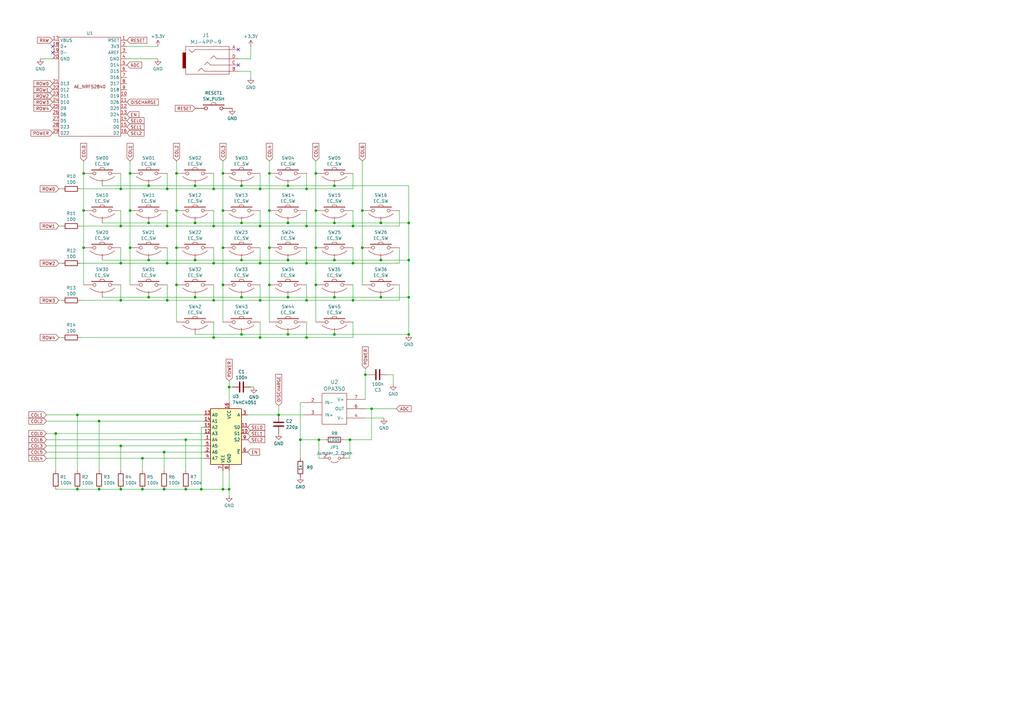
<source format=kicad_sch>
(kicad_sch (version 20230121) (generator eeschema)
  (paper "A3")
  (lib_symbols
    (symbol "0_kbd:SW_PUSH" (pin_numbers hide) (pin_names (offset 1.016) hide)
      (property "Reference" "SW" (at 3.81 2.794 0))
      (property "Value" "SW_PUSH" (at 0 -2.032 0))
      (symbol "SW_PUSH_0_1"
        (rectangle (start -4.318 1.27) (end 4.318 1.524))
        (polyline (pts (xy -1.016 1.524) (xy -0.762 2.286) (xy 0.762 2.286) (xy 1.016 1.524)))
        (pin passive inverted (at -7.62 0 0) (length 5.08) (name "1") (number "1"))
        (pin passive inverted (at 7.62 0 180) (length 5.08) (name "2") (number "2"))
      )
    )
    (symbol "0_tako:EC_SW" (pin_numbers hide) (pin_names (offset 1.016) hide)
      (property "Reference" "SW" (at 3.81 2.794 0))
      (property "Value" "EC_SW" (at -3.81 3.81 0))
      (symbol "EC_SW_0_1"
        (arc (start -5.08 -1.27) (mid 0 -3.052) (end 5.08 -1.27))
        (rectangle (start -4.318 1.27) (end 4.318 1.524))
        (polyline (pts (xy -1.016 1.524) (xy -0.762 2.286) (xy 0.762 2.286) (xy 1.016 1.524)))
        (pin passive inverted (at -7.62 0 0) (length 5.08) (name "1") (number "1"))
        (pin passive inverted (at 7.62 0 180) (length 5.08) (name "2") (number "2"))
      )
      (symbol "EC_SW_1_1"
        (pin input line (at 0 -5.08 90) (length 2.54) (name "SG") (number "3"))
      )
    )
    (symbol "0_tako:MJ-4PP-9" (pin_names (offset 1.016))
      (property "Reference" "J" (at -8.89 -7.62 0))
      (property "Value" "MJ-4PP-9" (at -3.81 6.35 0))
      (symbol "MJ-4PP-9_0_1"
        (rectangle (start -11.43 2.54) (end -10.16 -3.81) (fill (type outline)))
        (polyline (pts (xy 2.54 0) (xy 7.62 0)))
        (polyline (pts (xy -2.54 -5.08) (xy 7.62 -5.08) (xy 7.62 -5.08)))
        (polyline (pts (xy 0 -2.54) (xy -1.27 -1.27) (xy -2.54 -2.54)))
        (polyline (pts (xy 0 0) (xy 1.27 1.27) (xy 2.54 0)))
        (polyline (pts (xy -2.54 -5.08) (xy -3.81 -3.81) (xy -5.08 -5.08) (xy -5.08 -5.08)))
        (polyline (pts (xy 0 -2.54) (xy 7.62 -2.54) (xy 7.62 -2.54) (xy 7.62 -2.54)))
        (polyline (pts (xy 7.62 3.81) (xy -6.35 3.81) (xy -7.62 2.54) (xy -8.89 3.81) (xy -8.89 3.81)))
        (rectangle (start 7.62 -6.35) (end -10.16 5.08))
      )
      (symbol "MJ-4PP-9_1_1"
        (pin passive line (at 11.43 3.81 180) (length 3.81) (name "~") (number "A"))
        (pin passive line (at 11.43 -5.08 180) (length 3.81) (name "~") (number "B"))
        (pin passive line (at 11.43 -2.54 180) (length 3.81) (name "~") (number "C"))
        (pin passive line (at 11.43 0 180) (length 3.81) (name "~") (number "D"))
      )
    )
    (symbol "0_tako:OPA350" (pin_names (offset 1.016))
      (property "Reference" "U" (at 8.89 -7.62 0))
      (property "Value" "OPA350" (at 5.08 7.62 0))
      (symbol "OPA350_0_1"
        (rectangle (start 0 -6.35) (end 10.16 6.35))
        (pin input line (at -7.62 2.54 0) (length 7.62) (name "IN-") (number "2"))
        (pin input line (at -7.62 -2.54 0) (length 7.62) (name "IN+") (number "3"))
        (pin input line (at 17.78 -3.81 180) (length 7.62) (name "V-") (number "4"))
        (pin input line (at 17.78 0 180) (length 7.62) (name "OUT") (number "6"))
        (pin input line (at 17.78 3.81 180) (length 7.62) (name "V+") (number "7"))
      )
    )
    (symbol "74xx:74HC4051"
      (property "Reference" "U3" (at 1.27 15.24 0))
      (property "Value" "74HC4051" (at 1.27 12.7 0))
      (symbol "74HC4051_0_1"
        (rectangle (start -7.62 -12.7) (end 5.08 10.16) (stroke (width 0.254)) (fill (type background)))
      )
      (symbol "74HC4051_1_1"
        (pin passive line (at -10.16 -2.54 0) (length 2.54) (name "A4") (number "1"))
        (pin input line (at 7.62 0 180) (length 2.54) (name "S1") (number "10"))
        (pin input line (at 7.62 2.54 180) (length 2.54) (name "S0") (number "11"))
        (pin passive line (at -10.16 0 0) (length 2.54) (name "A3") (number "12"))
        (pin passive line (at -10.16 7.62 0) (length 2.54) (name "A0") (number "13"))
        (pin passive line (at -10.16 5.08 0) (length 2.54) (name "A1") (number "14"))
        (pin passive line (at -10.16 2.54 0) (length 2.54) (name "A2") (number "15"))
        (pin power_in line (at 0 12.7 270) (length 2.54) (name "VCC") (number "16"))
        (pin passive line (at -10.16 -7.62 0) (length 2.54) (name "A6") (number "2"))
        (pin passive line (at 7.62 7.62 180) (length 2.54) (name "A") (number "3"))
        (pin passive line (at -10.16 -10.16 0) (length 2.54) (name "A7") (number "4"))
        (pin passive line (at -10.16 -5.08 0) (length 2.54) (name "A5") (number "5"))
        (pin input line (at 7.62 -7.62 180) (length 2.54) (name "~{E}") (number "6"))
        (pin power_in line (at -2.54 -15.24 90) (length 2.54) (name "VEE") (number "7"))
        (pin power_in line (at 0 -15.24 90) (length 2.54) (name "GND") (number "8"))
        (pin input line (at 7.62 -2.54 180) (length 2.54) (name "S2") (number "9"))
      )
    )
    (symbol "Device:C" (pin_numbers hide) (pin_names (offset 0.254))
      (property "Reference" "C" (at 0.635 2.54 0))
      (property "Value" "C" (at 0.635 -2.54 0))
      (symbol "C_0_1"
        (polyline (pts (xy -2.032 -0.762) (xy 2.032 -0.762)) (stroke (width 0.508)))
        (polyline (pts (xy -2.032 0.762) (xy 2.032 0.762)) (stroke (width 0.508)))
      )
      (symbol "C_1_1"
        (pin passive line (at 0 3.81 270) (length 2.794) (name "~") (number "1"))
        (pin passive line (at 0 -3.81 90) (length 2.794) (name "~") (number "2"))
      )
    )
    (symbol "Device:R" (pin_numbers hide) (pin_names (offset 0))
      (property "Reference" "R" (at 2.032 0 90))
      (property "Value" "R" (at 0 0 90))
      (symbol "R_0_1"
        (rectangle (start -1.016 -2.54) (end 1.016 2.54) (stroke (width 0.254)))
      )
      (symbol "R_1_1"
        (pin passive line (at 0 3.81 270) (length 1.27) (name "~") (number "1"))
        (pin passive line (at 0 -3.81 90) (length 1.27) (name "~") (number "2"))
      )
    )
    (symbol "Jumper:Jumper_2_Open" (pin_names (offset 0) hide)
      (property "Reference" "JP" (at 0 2.794 0))
      (property "Value" "Jumper_2_Open" (at 0 -2.286 0))
      (symbol "Jumper_2_Open_0_0"
        (circle (center -2.032 0) (radius 0.508))
        (circle (center 2.032 0) (radius 0.508))
      )
      (symbol "Jumper_2_Open_0_1"
        (arc (start 1.524 1.27) (mid 0 1.778) (end -1.524 1.27))
      )
      (symbol "Jumper_2_Open_1_1"
        (pin passive line (at -5.08 0 0) (length 2.54) (name "A") (number "1"))
        (pin passive line (at 5.08 0 180) (length 2.54) (name "B") (number "2"))
      )
    )
    (symbol "ae_nrf52840:ae_nrf52840"
      (property "Reference" "U" (at 0 2.54 0))
      (symbol "ae_nrf52840_0_1"
        (rectangle (start -12.7 20.32) (end 12.7 -20.32))
      )
      (symbol "ae_nrf52840_1_1"
        (text "AE_NRF52840" (at 0 0 0) (effects (font (size 1.27 1.27))))
        (pin bidirectional line (at 15.24 19.05 180) (length 2.54) (name "RSET") (number "1"))
        (pin bidirectional line (at 15.24 -3.81 180) (length 2.54) (name "D19") (number "10"))
        (pin bidirectional line (at 15.24 -6.35 180) (length 2.54) (name "D26") (number "11"))
        (pin bidirectional line (at 15.24 -8.89 180) (length 2.54) (name "D25") (number "12"))
        (pin bidirectional line (at 15.24 -11.43 180) (length 2.54) (name "D24") (number "13"))
        (pin bidirectional line (at 15.24 -13.97 180) (length 2.54) (name "D1") (number "14"))
        (pin bidirectional line (at 15.24 -16.51 180) (length 2.54) (name "D0") (number "15"))
        (pin bidirectional line (at 15.24 -19.05 180) (length 2.54) (name "D2") (number "16"))
        (pin power_in line (at -15.24 19.05 0) (length 2.54) (name "VBUS") (number "17"))
        (pin bidirectional line (at -15.24 16.51 0) (length 2.54) (name "D+") (number "18"))
        (pin bidirectional line (at -15.24 13.97 0) (length 2.54) (name "D-") (number "19"))
        (pin power_in line (at 15.24 16.51 180) (length 2.54) (name "3V3") (number "2"))
        (pin power_in line (at -15.24 11.43 0) (length 2.54) (name "GND") (number "20"))
        (pin bidirectional line (at -15.24 1.27 0) (length 2.54) (name "D13") (number "21"))
        (pin bidirectional line (at -15.24 -1.27 0) (length 2.54) (name "D12") (number "22"))
        (pin bidirectional line (at -15.24 -3.81 0) (length 2.54) (name "D11") (number "23"))
        (pin bidirectional line (at -15.24 -6.35 0) (length 2.54) (name "D10") (number "24"))
        (pin bidirectional line (at -15.24 -8.89 0) (length 2.54) (name "D9") (number "25"))
        (pin bidirectional line (at -15.24 -11.43 0) (length 2.54) (name "D6") (number "26"))
        (pin bidirectional line (at -15.24 -13.97 0) (length 2.54) (name "D5") (number "27"))
        (pin bidirectional line (at -15.24 -16.51 0) (length 2.54) (name "D23") (number "28"))
        (pin bidirectional line (at -15.24 -19.05 0) (length 2.54) (name "D22") (number "29"))
        (pin bidirectional line (at 15.24 13.97 180) (length 2.54) (name "AREF") (number "3"))
        (pin power_in line (at 15.24 11.43 180) (length 2.54) (name "GND") (number "4"))
        (pin bidirectional line (at 15.24 8.89 180) (length 2.54) (name "D14") (number "5"))
        (pin bidirectional line (at 15.24 6.35 180) (length 2.54) (name "D15") (number "6"))
        (pin bidirectional line (at 15.24 3.81 180) (length 2.54) (name "D16") (number "7"))
        (pin bidirectional line (at 15.24 1.27 180) (length 2.54) (name "D17") (number "8"))
        (pin bidirectional line (at 15.24 -1.27 180) (length 2.54) (name "D18") (number "9"))
      )
    )
    (symbol "power:+3.3V" (power) (pin_names (offset 0))
      (property "Value" "+3.3V" (at 0 3.556 0))
      (symbol "+3.3V_0_1"
        (polyline (pts (xy -0.762 1.27) (xy 0 2.54)))
        (polyline (pts (xy 0 0) (xy 0 2.54)))
        (polyline (pts (xy 0 2.54) (xy 0.762 1.27)))
      )
      (symbol "+3.3V_1_1"
        (pin power_in line (at 0 0 90) (length 0) hide (name "+3.3V") (number "1"))
      )
    )
    (symbol "power:GND" (power) (pin_names (offset 0))
      (property "Value" "GND" (at 0 -3.81 0))
      (symbol "GND_0_1"
        (polyline (pts (xy 0 0) (xy 0 -1.27) (xy 1.27 -1.27) (xy 0 -2.54) (xy -1.27 -1.27) (xy 0 -1.27)))
      )
      (symbol "GND_1_1"
        (pin power_in line (at 0 0 270) (length 0) hide (name "GND") (number "1"))
      )
    )
  )
  (junction (at 49.53 92.71))
  (junction (at 123.19 180.34))
  (junction (at 129.54 101.6))
  (junction (at 80.01 91.44))
  (junction (at 106.68 77.47))
  (junction (at 49.53 182.88))
  (junction (at 40.64 172.72))
  (junction (at 106.68 92.71))
  (junction (at 72.39 71.12))
  (junction (at 137.16 91.44))
  (junction (at 110.49 116.84))
  (junction (at 148.59 86.36))
  (junction (at 99.06 76.2))
  (junction (at 68.58 92.71))
  (junction (at 149.86 153.67))
  (junction (at 49.53 77.47))
  (junction (at 60.96 106.68))
  (junction (at 53.34 71.12))
  (junction (at 152.4 167.64))
  (junction (at 87.63 138.43))
  (junction (at 67.31 185.42))
  (junction (at 106.68 138.43))
  (junction (at 91.44 86.36))
  (junction (at 91.44 71.12))
  (junction (at 125.73 77.47))
  (junction (at 80.01 76.2))
  (junction (at 156.21 91.44))
  (junction (at 68.58 123.19))
  (junction (at 87.63 77.47))
  (junction (at 110.49 71.12))
  (junction (at 110.49 86.36))
  (junction (at 80.01 121.92))
  (junction (at 93.98 200.66))
  (junction (at 87.63 92.71))
  (junction (at 144.78 107.95))
  (junction (at 144.78 123.19))
  (junction (at 49.53 107.95))
  (junction (at 34.29 86.36))
  (junction (at 91.44 116.84))
  (junction (at 58.42 187.96))
  (junction (at 137.16 137.16))
  (junction (at 60.96 76.2))
  (junction (at 67.31 200.66))
  (junction (at 114.3 170.18))
  (junction (at 125.73 92.71))
  (junction (at 99.06 106.68))
  (junction (at 167.64 121.92))
  (junction (at 125.73 123.19))
  (junction (at 99.06 137.16))
  (junction (at 49.53 123.19))
  (junction (at 167.64 106.68))
  (junction (at 148.59 101.6))
  (junction (at 76.2 200.66))
  (junction (at 143.51 180.34))
  (junction (at 118.11 91.44))
  (junction (at 72.39 86.36))
  (junction (at 53.34 101.6))
  (junction (at 34.29 71.12))
  (junction (at 53.34 86.36))
  (junction (at 76.2 180.34))
  (junction (at 22.86 177.8))
  (junction (at 110.49 101.6))
  (junction (at 125.73 107.95))
  (junction (at 156.21 121.92))
  (junction (at 68.58 77.47))
  (junction (at 118.11 121.92))
  (junction (at 87.63 107.95))
  (junction (at 167.64 91.44))
  (junction (at 99.06 121.92))
  (junction (at 129.54 86.36))
  (junction (at 137.16 121.92))
  (junction (at 129.54 116.84))
  (junction (at 58.42 200.66))
  (junction (at 60.96 91.44))
  (junction (at 106.68 107.95))
  (junction (at 40.64 200.66))
  (junction (at 60.96 121.92))
  (junction (at 82.55 200.66))
  (junction (at 144.78 92.71))
  (junction (at 91.44 101.6))
  (junction (at 130.81 180.34))
  (junction (at 137.16 76.2))
  (junction (at 31.75 200.66))
  (junction (at 118.11 76.2))
  (junction (at 99.06 91.44))
  (junction (at 125.73 138.43))
  (junction (at 34.29 101.6))
  (junction (at 156.21 106.68))
  (junction (at 93.98 158.75))
  (junction (at 129.54 71.12))
  (junction (at 118.11 106.68))
  (junction (at 49.53 200.66))
  (junction (at 167.64 137.16))
  (junction (at 91.44 200.66))
  (junction (at 72.39 116.84))
  (junction (at 106.68 123.19))
  (junction (at 137.16 106.68))
  (junction (at 118.11 137.16))
  (junction (at 31.75 170.18))
  (junction (at 87.63 123.19))
  (junction (at 80.01 106.68))
  (junction (at 68.58 107.95))
  (junction (at 72.39 101.6))
  (no_connect (at 21.59 21.59))
  (no_connect (at 97.79 26.67))
  (no_connect (at 97.79 20.32))
  (no_connect (at 21.59 19.05))
  (wire (pts (xy 167.64 76.2) (xy 167.64 91.44)))
  (wire (pts (xy 76.2 180.34) (xy 83.82 180.34)))
  (wire (pts (xy 137.16 106.68) (xy 156.21 106.68)))
  (wire (pts (xy 99.06 76.2) (xy 118.11 76.2)))
  (wire (pts (xy 91.44 86.36) (xy 91.44 101.6)))
  (wire (pts (xy 125.73 92.71) (xy 144.78 92.71)))
  (wire (pts (xy 87.63 92.71) (xy 106.68 92.71)))
  (wire (pts (xy 129.54 66.04) (xy 129.54 71.12)))
  (wire (pts (xy 31.75 200.66) (xy 40.64 200.66)))
  (wire (pts (xy 106.68 77.47) (xy 125.73 77.47)))
  (wire (pts (xy 87.63 116.84) (xy 87.63 123.19)))
  (wire (pts (xy 68.58 107.95) (xy 87.63 107.95)))
  (wire (pts (xy 104.14 158.75) (xy 102.87 158.75)))
  (wire (pts (xy 91.44 193.04) (xy 91.44 200.66)))
  (wire (pts (xy 24.13 138.43) (xy 25.4 138.43)))
  (wire (pts (xy 19.05 177.8) (xy 22.86 177.8)))
  (wire (pts (xy 58.42 187.96) (xy 83.82 187.96)))
  (wire (pts (xy 87.63 101.6) (xy 87.63 107.95)))
  (wire (pts (xy 163.83 107.95) (xy 163.83 101.6)))
  (wire (pts (xy 102.87 24.13) (xy 102.87 19.05)))
  (wire (pts (xy 87.63 132.08) (xy 87.63 138.43)))
  (wire (pts (xy 93.98 200.66) (xy 93.98 203.2)))
  (wire (pts (xy 167.64 106.68) (xy 167.64 121.92)))
  (wire (pts (xy 33.02 123.19) (xy 49.53 123.19)))
  (wire (pts (xy 40.64 172.72) (xy 83.82 172.72)))
  (wire (pts (xy 106.68 132.08) (xy 106.68 138.43)))
  (wire (pts (xy 49.53 182.88) (xy 83.82 182.88)))
  (wire (pts (xy 80.01 121.92) (xy 99.06 121.92)))
  (wire (pts (xy 80.01 91.44) (xy 99.06 91.44)))
  (wire (pts (xy 97.79 24.13) (xy 102.87 24.13)))
  (wire (pts (xy 152.4 167.64) (xy 162.56 167.64)))
  (wire (pts (xy 91.44 116.84) (xy 91.44 132.08)))
  (wire (pts (xy 99.06 106.68) (xy 118.11 106.68)))
  (wire (pts (xy 110.49 101.6) (xy 110.49 116.84)))
  (wire (pts (xy 49.53 77.47) (xy 68.58 77.47)))
  (wire (pts (xy 68.58 116.84) (xy 68.58 123.19)))
  (wire (pts (xy 125.73 132.08) (xy 125.73 138.43)))
  (wire (pts (xy 67.31 185.42) (xy 67.31 193.04)))
  (wire (pts (xy 68.58 92.71) (xy 87.63 92.71)))
  (wire (pts (xy 125.73 123.19) (xy 144.78 123.19)))
  (wire (pts (xy 129.54 101.6) (xy 129.54 116.84)))
  (wire (pts (xy 106.68 138.43) (xy 125.73 138.43)))
  (wire (pts (xy 123.19 180.34) (xy 123.19 187.96)))
  (wire (pts (xy 68.58 86.36) (xy 68.58 92.71)))
  (wire (pts (xy 49.53 71.12) (xy 49.53 77.47)))
  (wire (pts (xy 64.77 24.13) (xy 52.07 24.13)))
  (wire (pts (xy 125.73 138.43) (xy 144.78 138.43)))
  (wire (pts (xy 129.54 86.36) (xy 129.54 101.6)))
  (wire (pts (xy 82.55 200.66) (xy 91.44 200.66)))
  (wire (pts (xy 33.02 107.95) (xy 49.53 107.95)))
  (wire (pts (xy 24.13 107.95) (xy 25.4 107.95)))
  (wire (pts (xy 40.64 172.72) (xy 40.64 193.04)))
  (wire (pts (xy 114.3 170.18) (xy 124.46 170.18)))
  (wire (pts (xy 91.44 200.66) (xy 93.98 200.66)))
  (wire (pts (xy 102.87 29.21) (xy 97.79 29.21)))
  (wire (pts (xy 64.77 19.05) (xy 52.07 19.05)))
  (wire (pts (xy 58.42 200.66) (xy 67.31 200.66)))
  (wire (pts (xy 22.86 200.66) (xy 31.75 200.66)))
  (wire (pts (xy 87.63 123.19) (xy 106.68 123.19)))
  (wire (pts (xy 67.31 200.66) (xy 76.2 200.66)))
  (wire (pts (xy 19.05 180.34) (xy 76.2 180.34)))
  (wire (pts (xy 76.2 200.66) (xy 82.55 200.66)))
  (wire (pts (xy 60.96 121.92) (xy 80.01 121.92)))
  (wire (pts (xy 118.11 91.44) (xy 137.16 91.44)))
  (wire (pts (xy 152.4 167.64) (xy 149.86 167.64)))
  (wire (pts (xy 125.73 71.12) (xy 125.73 77.47)))
  (wire (pts (xy 49.53 116.84) (xy 49.53 123.19)))
  (wire (pts (xy 95.25 158.75) (xy 93.98 158.75)))
  (wire (pts (xy 49.53 92.71) (xy 68.58 92.71)))
  (wire (pts (xy 49.53 200.66) (xy 58.42 200.66)))
  (wire (pts (xy 68.58 71.12) (xy 68.58 77.47)))
  (wire (pts (xy 106.68 101.6) (xy 106.68 107.95)))
  (wire (pts (xy 80.01 137.16) (xy 99.06 137.16)))
  (wire (pts (xy 93.98 193.04) (xy 93.98 200.66)))
  (wire (pts (xy 41.91 121.92) (xy 60.96 121.92)))
  (wire (pts (xy 156.21 106.68) (xy 167.64 106.68)))
  (wire (pts (xy 40.64 200.66) (xy 49.53 200.66)))
  (wire (pts (xy 157.48 171.45) (xy 149.86 171.45)))
  (wire (pts (xy 144.78 138.43) (xy 144.78 132.08)))
  (wire (pts (xy 68.58 77.47) (xy 87.63 77.47)))
  (wire (pts (xy 144.78 101.6) (xy 144.78 107.95)))
  (wire (pts (xy 60.96 91.44) (xy 80.01 91.44)))
  (wire (pts (xy 22.86 177.8) (xy 22.86 193.04)))
  (wire (pts (xy 80.01 76.2) (xy 99.06 76.2)))
  (wire (pts (xy 167.64 91.44) (xy 167.64 106.68)))
  (wire (pts (xy 125.73 116.84) (xy 125.73 123.19)))
  (wire (pts (xy 125.73 107.95) (xy 144.78 107.95)))
  (wire (pts (xy 24.13 123.19) (xy 25.4 123.19)))
  (wire (pts (xy 68.58 123.19) (xy 87.63 123.19)))
  (wire (pts (xy 144.78 107.95) (xy 163.83 107.95)))
  (wire (pts (xy 53.34 86.36) (xy 53.34 101.6)))
  (wire (pts (xy 87.63 138.43) (xy 106.68 138.43)))
  (wire (pts (xy 34.29 66.04) (xy 34.29 71.12)))
  (wire (pts (xy 144.78 86.36) (xy 144.78 92.71)))
  (wire (pts (xy 143.51 180.34) (xy 140.97 180.34)))
  (wire (pts (xy 72.39 86.36) (xy 72.39 101.6)))
  (wire (pts (xy 149.86 153.67) (xy 149.86 163.83)))
  (wire (pts (xy 33.02 92.71) (xy 49.53 92.71)))
  (wire (pts (xy 53.34 101.6) (xy 53.34 116.84)))
  (wire (pts (xy 19.05 187.96) (xy 58.42 187.96)))
  (wire (pts (xy 143.51 180.34) (xy 143.51 187.96)))
  (wire (pts (xy 144.78 123.19) (xy 163.83 123.19)))
  (wire (pts (xy 110.49 71.12) (xy 110.49 86.36)))
  (wire (pts (xy 19.05 182.88) (xy 49.53 182.88)))
  (wire (pts (xy 60.96 106.68) (xy 80.01 106.68)))
  (wire (pts (xy 163.83 92.71) (xy 163.83 86.36)))
  (wire (pts (xy 149.86 151.13) (xy 149.86 153.67)))
  (wire (pts (xy 31.75 170.18) (xy 83.82 170.18)))
  (wire (pts (xy 34.29 86.36) (xy 34.29 101.6)))
  (wire (pts (xy 58.42 187.96) (xy 58.42 193.04)))
  (wire (pts (xy 91.44 101.6) (xy 91.44 116.84)))
  (wire (pts (xy 106.68 123.19) (xy 125.73 123.19)))
  (wire (pts (xy 72.39 66.04) (xy 72.39 71.12)))
  (wire (pts (xy 87.63 107.95) (xy 106.68 107.95)))
  (wire (pts (xy 156.21 91.44) (xy 167.64 91.44)))
  (wire (pts (xy 137.16 91.44) (xy 156.21 91.44)))
  (wire (pts (xy 22.86 177.8) (xy 83.82 177.8)))
  (wire (pts (xy 110.49 66.04) (xy 110.49 71.12)))
  (wire (pts (xy 87.63 77.47) (xy 106.68 77.47)))
  (wire (pts (xy 137.16 76.2) (xy 167.64 76.2)))
  (wire (pts (xy 60.96 76.2) (xy 80.01 76.2)))
  (wire (pts (xy 49.53 107.95) (xy 68.58 107.95)))
  (wire (pts (xy 82.55 175.26) (xy 82.55 200.66)))
  (wire (pts (xy 148.59 101.6) (xy 148.59 116.84)))
  (wire (pts (xy 144.78 92.71) (xy 163.83 92.71)))
  (wire (pts (xy 137.16 137.16) (xy 167.64 137.16)))
  (wire (pts (xy 41.91 76.2) (xy 60.96 76.2)))
  (wire (pts (xy 152.4 180.34) (xy 143.51 180.34)))
  (wire (pts (xy 72.39 101.6) (xy 72.39 116.84)))
  (wire (pts (xy 83.82 175.26) (xy 82.55 175.26)))
  (wire (pts (xy 68.58 101.6) (xy 68.58 107.95)))
  (wire (pts (xy 53.34 71.12) (xy 53.34 86.36)))
  (wire (pts (xy 110.49 116.84) (xy 110.49 132.08)))
  (wire (pts (xy 163.83 123.19) (xy 163.83 116.84)))
  (wire (pts (xy 106.68 92.71) (xy 125.73 92.71)))
  (wire (pts (xy 99.06 137.16) (xy 118.11 137.16)))
  (wire (pts (xy 137.16 121.92) (xy 156.21 121.92)))
  (wire (pts (xy 34.29 71.12) (xy 34.29 86.36)))
  (wire (pts (xy 123.19 165.1) (xy 123.19 180.34)))
  (wire (pts (xy 142.24 187.96) (xy 143.51 187.96)))
  (wire (pts (xy 93.98 156.21) (xy 93.98 158.75)))
  (wire (pts (xy 41.91 106.68) (xy 60.96 106.68)))
  (wire (pts (xy 106.68 71.12) (xy 106.68 77.47)))
  (wire (pts (xy 53.34 66.04) (xy 53.34 71.12)))
  (wire (pts (xy 19.05 172.72) (xy 40.64 172.72)))
  (wire (pts (xy 102.87 31.75) (xy 102.87 29.21)))
  (wire (pts (xy 125.73 101.6) (xy 125.73 107.95)))
  (wire (pts (xy 148.59 86.36) (xy 148.59 101.6)))
  (wire (pts (xy 41.91 91.44) (xy 60.96 91.44)))
  (wire (pts (xy 130.81 180.34) (xy 133.35 180.34)))
  (wire (pts (xy 49.53 86.36) (xy 49.53 92.71)))
  (wire (pts (xy 156.21 121.92) (xy 167.64 121.92)))
  (wire (pts (xy 118.11 137.16) (xy 137.16 137.16)))
  (wire (pts (xy 114.3 166.37) (xy 114.3 170.18)))
  (wire (pts (xy 24.13 77.47) (xy 25.4 77.47)))
  (wire (pts (xy 33.02 77.47) (xy 49.53 77.47)))
  (wire (pts (xy 161.29 153.67) (xy 158.75 153.67)))
  (wire (pts (xy 91.44 66.04) (xy 91.44 71.12)))
  (wire (pts (xy 76.2 193.04) (xy 76.2 180.34)))
  (wire (pts (xy 106.68 86.36) (xy 106.68 92.71)))
  (wire (pts (xy 132.08 187.96) (xy 130.81 187.96)))
  (wire (pts (xy 129.54 116.84) (xy 129.54 132.08)))
  (wire (pts (xy 93.98 158.75) (xy 93.98 165.1)))
  (wire (pts (xy 49.53 101.6) (xy 49.53 107.95)))
  (wire (pts (xy 99.06 91.44) (xy 118.11 91.44)))
  (wire (pts (xy 144.78 116.84) (xy 144.78 123.19)))
  (wire (pts (xy 16.51 24.13) (xy 21.59 24.13)))
  (wire (pts (xy 129.54 71.12) (xy 129.54 86.36)))
  (wire (pts (xy 152.4 167.64) (xy 152.4 180.34)))
  (wire (pts (xy 87.63 71.12) (xy 87.63 77.47)))
  (wire (pts (xy 144.78 77.47) (xy 144.78 71.12)))
  (wire (pts (xy 149.86 153.67) (xy 151.13 153.67)))
  (wire (pts (xy 34.29 101.6) (xy 34.29 116.84)))
  (wire (pts (xy 19.05 185.42) (xy 67.31 185.42)))
  (wire (pts (xy 80.01 106.68) (xy 99.06 106.68)))
  (wire (pts (xy 125.73 86.36) (xy 125.73 92.71)))
  (wire (pts (xy 106.68 116.84) (xy 106.68 123.19)))
  (wire (pts (xy 118.11 106.68) (xy 137.16 106.68)))
  (wire (pts (xy 91.44 71.12) (xy 91.44 86.36)))
  (wire (pts (xy 125.73 77.47) (xy 144.78 77.47)))
  (wire (pts (xy 124.46 165.1) (xy 123.19 165.1)))
  (wire (pts (xy 31.75 170.18) (xy 31.75 193.04)))
  (wire (pts (xy 161.29 157.48) (xy 161.29 153.67)))
  (wire (pts (xy 49.53 123.19) (xy 68.58 123.19)))
  (wire (pts (xy 118.11 121.92) (xy 137.16 121.92)))
  (wire (pts (xy 106.68 107.95) (xy 125.73 107.95)))
  (wire (pts (xy 19.05 170.18) (xy 31.75 170.18)))
  (wire (pts (xy 101.6 170.18) (xy 114.3 170.18)))
  (wire (pts (xy 87.63 86.36) (xy 87.63 92.71)))
  (wire (pts (xy 99.06 121.92) (xy 118.11 121.92)))
  (wire (pts (xy 118.11 76.2) (xy 137.16 76.2)))
  (wire (pts (xy 148.59 66.04) (xy 148.59 86.36)))
  (wire (pts (xy 110.49 86.36) (xy 110.49 101.6)))
  (wire (pts (xy 130.81 187.96) (xy 130.81 180.34)))
  (wire (pts (xy 72.39 116.84) (xy 72.39 132.08)))
  (wire (pts (xy 123.19 180.34) (xy 130.81 180.34)))
  (wire (pts (xy 167.64 121.92) (xy 167.64 137.16)))
  (wire (pts (xy 72.39 71.12) (xy 72.39 86.36)))
  (wire (pts (xy 33.02 138.43) (xy 87.63 138.43)))
  (wire (pts (xy 49.53 182.88) (xy 49.53 193.04)))
  (wire (pts (xy 24.13 92.71) (xy 25.4 92.71)))
  (wire (pts (xy 67.31 185.42) (xy 83.82 185.42)))
  (global_label "COL1" (shape input) (at 53.34 66.04 90) (property "Intersheetrefs" "${INTERSHEET_REFS}" (effects hide)))
  (global_label "ROW1" (shape input) (at 24.13 92.71 180) (property "Intersheetrefs" "${INTERSHEET_REFS}" (effects hide)))
  (global_label "COL1" (shape input) (at 19.05 170.18 180) (property "Intersheetrefs" "${INTERSHEET_REFS}" (effects hide)))
  (global_label "SEL1" (shape input) (at 101.6 177.8 0) (property "Intersheetrefs" "${INTERSHEET_REFS}" (effects hide)))
  (global_label "SEL1" (shape input) (at 52.07 52.07 0) (property "Intersheetrefs" "${INTERSHEET_REFS}" (effects hide)))
  (global_label "DISCHARGE" (shape input) (at 52.07 41.91 0) (property "Intersheetrefs" "${INTERSHEET_REFS}" (effects hide)))
  (global_label "COL4" (shape input) (at 110.49 66.04 90) (property "Intersheetrefs" "${INTERSHEET_REFS}" (effects hide)))
  (global_label "COL5" (shape input) (at 129.54 66.04 90) (property "Intersheetrefs" "${INTERSHEET_REFS}" (effects hide)))
  (global_label "COL0" (shape input) (at 34.29 66.04 90) (property "Intersheetrefs" "${INTERSHEET_REFS}" (effects hide)))
  (global_label "COL6" (shape input) (at 19.05 180.34 180) (property "Intersheetrefs" "${INTERSHEET_REFS}" (effects hide)))
  (global_label "ROW4" (shape input) (at 21.59 44.45 180) (property "Intersheetrefs" "${INTERSHEET_REFS}" (effects hide)))
  (global_label "ROW0" (shape input) (at 21.59 34.29 180) (property "Intersheetrefs" "${INTERSHEET_REFS}" (effects hide)))
  (global_label "SEL2" (shape input) (at 52.07 54.61 0) (property "Intersheetrefs" "${INTERSHEET_REFS}" (effects hide)))
  (global_label "COL3" (shape input) (at 91.44 66.04 90) (property "Intersheetrefs" "${INTERSHEET_REFS}" (effects hide)))
  (global_label "RESET" (shape input) (at 52.07 16.51 0) (property "Intersheetrefs" "${INTERSHEET_REFS}" (effects hide)))
  (global_label "COL4" (shape input) (at 19.05 187.96 180) (property "Intersheetrefs" "${INTERSHEET_REFS}" (effects hide)))
  (global_label "RAW" (shape input) (at 21.59 16.51 180) (property "Intersheetrefs" "${INTERSHEET_REFS}" (effects hide)))
  (global_label "POWER" (shape input) (at 21.59 54.61 180) (property "Intersheetrefs" "${INTERSHEET_REFS}" (effects hide)))
  (global_label "COL3" (shape input) (at 19.05 182.88 180) (property "Intersheetrefs" "${INTERSHEET_REFS}" (effects hide)))
  (global_label "ADC" (shape input) (at 52.07 26.67 0) (property "Intersheetrefs" "${INTERSHEET_REFS}" (effects hide)))
  (global_label "COL6" (shape input) (at 148.59 66.04 90) (property "Intersheetrefs" "${INTERSHEET_REFS}" (effects hide)))
  (global_label "SEL0" (shape input) (at 101.6 175.26 0) (property "Intersheetrefs" "${INTERSHEET_REFS}" (effects hide)))
  (global_label "COL0" (shape input) (at 19.05 177.8 180) (property "Intersheetrefs" "${INTERSHEET_REFS}" (effects hide)))
  (global_label "SEL0" (shape input) (at 52.07 49.53 0) (property "Intersheetrefs" "${INTERSHEET_REFS}" (effects hide)))
  (global_label "SEL2" (shape input) (at 101.6 180.34 0) (property "Intersheetrefs" "${INTERSHEET_REFS}" (effects hide)))
  (global_label "POWER" (shape input) (at 149.86 151.13 90) (property "Intersheetrefs" "${INTERSHEET_REFS}" (effects hide)))
  (global_label "EN" (shape input) (at 52.07 46.99 0) (property "Intersheetrefs" "${INTERSHEET_REFS}" (effects hide)))
  (global_label "COL2" (shape input) (at 72.39 66.04 90) (property "Intersheetrefs" "${INTERSHEET_REFS}" (effects hide)))
  (global_label "COL5" (shape input) (at 19.05 185.42 180) (property "Intersheetrefs" "${INTERSHEET_REFS}" (effects hide)))
  (global_label "RESET" (shape input) (at 80.01 44.45 180) (property "Intersheetrefs" "${INTERSHEET_REFS}" (effects hide)))
  (global_label "EN" (shape input) (at 101.6 185.42 0) (property "Intersheetrefs" "${INTERSHEET_REFS}" (effects hide)))
  (global_label "COL2" (shape input) (at 19.05 172.72 180) (property "Intersheetrefs" "${INTERSHEET_REFS}" (effects hide)))
  (global_label "ROW4" (shape input) (at 24.13 138.43 180) (property "Intersheetrefs" "${INTERSHEET_REFS}" (effects hide)))
  (global_label "ROW3" (shape input) (at 21.59 41.91 180) (property "Intersheetrefs" "${INTERSHEET_REFS}" (effects hide)))
  (global_label "ROW1" (shape input) (at 21.59 36.83 180) (property "Intersheetrefs" "${INTERSHEET_REFS}" (effects hide)))
  (global_label "ROW0" (shape input) (at 24.13 77.47 180) (property "Intersheetrefs" "${INTERSHEET_REFS}" (effects hide)))
  (global_label "ADC" (shape input) (at 162.56 167.64 0) (property "Intersheetrefs" "${INTERSHEET_REFS}" (effects hide)))
  (global_label "DISCHARGE" (shape input) (at 114.3 166.37 90) (property "Intersheetrefs" "${INTERSHEET_REFS}" (effects hide)))
  (global_label "ROW2" (shape input) (at 21.59 39.37 180) (property "Intersheetrefs" "${INTERSHEET_REFS}" (effects hide)))
  (global_label "POWER" (shape input) (at 93.98 156.21 90) (property "Intersheetrefs" "${INTERSHEET_REFS}" (effects hide)))
  (global_label "ROW3" (shape input) (at 24.13 123.19 180) (property "Intersheetrefs" "${INTERSHEET_REFS}" (effects hide)))
  (global_label "ROW2" (shape input) (at 24.13 107.95 180) (property "Intersheetrefs" "${INTERSHEET_REFS}" (effects hide)))
  (symbol (lib_id "0_tako:EC_SW") (at 99.06 101.6 0) (unit 1)
    (property "Reference" "SW23" (at 99.06 95.2967 0))
    (property "Value" "EC_SW" (at 99.06 97.7209 0))
    (property "Footprint" "0_tako:ecs_pad_1U_no_ring_90deg" (effects hide))
  )
  (symbol (lib_id "0_tako:EC_SW") (at 80.01 101.6 0) (unit 1)
    (property "Reference" "SW22" (at 80.01 95.2967 0))
    (property "Value" "EC_SW" (at 80.01 97.7209 0))
    (property "Footprint" "0_tako:ecs_pad_1U_no_ring_90deg" (effects hide))
  )
  (symbol (lib_id "0_tako:EC_SW") (at 137.16 116.84 0) (unit 1)
    (property "Reference" "SW35" (at 137.16 110.5367 0))
    (property "Value" "EC_SW" (at 137.16 112.9609 0))
    (property "Footprint" "0_tako:ecs_pad_1U_no_ring_90deg" (effects hide))
  )
  (symbol (lib_id "power:GND") (at 161.29 157.48 0) (unit 1)
    (property "Reference" "#PWR06" (effects hide))
    (property "Value" "GND" (at 161.29 161.6131 0))
  )
  (symbol (lib_id "Device:C") (at 154.94 153.67 270) (unit 1)
    (property "Reference" "C3" (at 154.94 159.9733 90))
    (property "Value" "100n" (at 154.94 157.5491 90))
    (property "Footprint" "Capacitor_SMD:C_0805_2012Metric_Pad1.18x1.45mm_HandSolder" (effects hide))
  )
  (symbol (lib_id "power:+3.3V") (at 64.77 19.05 0) (unit 1)
    (property "Reference" "#PWR011" (effects hide))
    (property "Value" "+3.3V" (at 64.77 14.9169 0))
  )
  (symbol (lib_id "Device:R") (at 76.2 196.85 0) (unit 1)
    (property "Reference" "R7" (at 77.978 195.6379 0) (effects (justify left)))
    (property "Value" "100k" (at 77.978 198.0621 0) (effects (justify left)))
    (property "Footprint" "Resistor_SMD:R_0805_2012Metric_Pad1.20x1.40mm_HandSolder" (effects hide))
  )
  (symbol (lib_id "0_tako:EC_SW") (at 118.11 86.36 0) (unit 1)
    (property "Reference" "SW14" (at 118.11 80.0567 0))
    (property "Value" "EC_SW" (at 118.11 82.4809 0))
    (property "Footprint" "0_tako:ecs_pad_1U_no_ring_90deg" (effects hide))
  )
  (symbol (lib_id "0_tako:EC_SW") (at 80.01 86.36 0) (unit 1)
    (property "Reference" "SW12" (at 80.01 80.0567 0))
    (property "Value" "EC_SW" (at 80.01 82.4809 0))
    (property "Footprint" "0_tako:ecs_pad_1U_no_ring_90deg" (effects hide))
  )
  (symbol (lib_id "power:GND") (at 167.64 137.16 0) (unit 1)
    (property "Reference" "#PWR01" (effects hide))
    (property "Value" "GND" (at 167.64 141.2931 0))
  )
  (symbol (lib_id "power:+3.3V") (at 102.87 19.05 0) (unit 1)
    (property "Reference" "#PWR08" (effects hide))
    (property "Value" "+3.3V" (at 102.87 14.9169 0))
  )
  (symbol (lib_id "0_tako:EC_SW") (at 118.11 101.6 0) (unit 1)
    (property "Reference" "SW24" (at 118.11 95.2967 0))
    (property "Value" "EC_SW" (at 118.11 97.7209 0))
    (property "Footprint" "0_tako:ecs_pad_1U_no_ring_90deg" (effects hide))
  )
  (symbol (lib_id "power:GND") (at 16.51 24.13 0) (unit 1)
    (property "Reference" "#PWR013" (effects hide))
    (property "Value" "GND" (at 16.51 28.2631 0))
  )
  (symbol (lib_id "Device:R") (at 29.21 138.43 90) (unit 1)
    (property "Reference" "R14" (at 29.21 133.2697 90))
    (property "Value" "100" (at 29.21 135.6939 90))
    (property "Footprint" "Resistor_SMD:R_0805_2012Metric_Pad1.20x1.40mm_HandSolder" (effects hide))
  )
  (symbol (lib_id "74xx:74HC4051") (at 93.98 177.8 0) (unit 1)
    (property "Reference" "U3" (at 95.25 162.56 0) (effects (justify left)))
    (property "Value" "74HC4051" (at 95.25 165.1 0) (effects (justify left)))
    (property "Footprint" "Package_SO:SOIC-16_3.9x9.9mm_P1.27mm" (effects hide))
    (property "Datasheet" "http://www.ti.com/lit/ds/symlink/cd74hc4051.pdf" (effects hide))
  )
  (symbol (lib_id "0_tako:EC_SW") (at 137.16 101.6 0) (unit 1)
    (property "Reference" "SW25" (at 137.16 95.2967 0))
    (property "Value" "EC_SW" (at 137.16 97.7209 0))
    (property "Footprint" "0_tako:ecs_pad_1U_no_ring_90deg" (effects hide))
  )
  (symbol (lib_id "0_tako:EC_SW") (at 41.91 116.84 0) (unit 1)
    (property "Reference" "SW30" (at 41.91 110.5367 0))
    (property "Value" "EC_SW" (at 41.91 112.9609 0))
    (property "Footprint" "0_tako:ecs_pad_1U_no_ring_90deg" (effects hide))
  )
  (symbol (lib_id "Device:R") (at 29.21 77.47 90) (unit 1)
    (property "Reference" "R10" (at 29.21 72.3097 90))
    (property "Value" "100" (at 29.21 74.7339 90))
    (property "Footprint" "Resistor_SMD:R_0805_2012Metric_Pad1.20x1.40mm_HandSolder" (effects hide))
  )
  (symbol (lib_id "power:GND") (at 157.48 171.45 0) (unit 1)
    (property "Reference" "#PWR07" (effects hide))
    (property "Value" "GND" (at 157.48 175.5831 0))
  )
  (symbol (lib_id "0_kbd:SW_PUSH") (at 87.63 44.45 0) (unit 1)
    (property "Reference" "RESET1" (at 87.63 38.1467 0))
    (property "Value" "SW_PUSH" (at 87.63 40.5709 0))
    (property "Footprint" "0_kbd:ResetSW_1side" (effects hide))
  )
  (symbol (lib_id "power:GND") (at 123.19 195.58 0) (unit 1)
    (property "Reference" "#PWR05" (effects hide))
    (property "Value" "GND" (at 123.19 199.7131 0))
  )
  (symbol (lib_id "0_tako:EC_SW") (at 41.91 71.12 0) (unit 1)
    (property "Reference" "SW00" (at 41.91 64.8167 0))
    (property "Value" "EC_SW" (at 41.91 67.2409 0))
    (property "Footprint" "0_tako:ecs_pad_1U_no_ring_90deg" (effects hide))
  )
  (symbol (lib_id "power:GND") (at 114.3 177.8 0) (unit 1)
    (property "Reference" "#PWR04" (effects hide))
    (property "Value" "GND" (at 114.3 181.9331 0))
  )
  (symbol (lib_id "0_tako:EC_SW") (at 99.06 116.84 0) (unit 1)
    (property "Reference" "SW33" (at 99.06 110.5367 0))
    (property "Value" "EC_SW" (at 99.06 112.9609 0))
    (property "Footprint" "0_tako:ecs_pad_1U_no_ring_90deg" (effects hide))
  )
  (symbol (lib_id "0_tako:EC_SW") (at 156.21 86.36 0) (unit 1)
    (property "Reference" "SW16" (at 156.21 80.0567 0))
    (property "Value" "EC_SW" (at 156.21 82.4809 0))
    (property "Footprint" "0_tako:ecs_pad_1U_no_ring_90deg" (effects hide))
  )
  (symbol (lib_id "Device:C") (at 99.06 158.75 90) (unit 1)
    (property "Reference" "C1" (at 99.06 152.4467 90))
    (property "Value" "100n" (at 99.06 154.8709 90))
    (property "Footprint" "Capacitor_SMD:C_0805_2012Metric_Pad1.18x1.45mm_HandSolder" (effects hide))
  )
  (symbol (lib_id "0_tako:EC_SW") (at 137.16 71.12 0) (unit 1)
    (property "Reference" "SW05" (at 137.16 64.8167 0))
    (property "Value" "EC_SW" (at 137.16 67.2409 0))
    (property "Footprint" "0_tako:ecs_pad_1U_no_ring_90deg" (effects hide))
  )
  (symbol (lib_id "Device:R") (at 31.75 196.85 0) (unit 1)
    (property "Reference" "R2" (at 33.528 195.6379 0) (effects (justify left)))
    (property "Value" "100k" (at 33.528 198.0621 0) (effects (justify left)))
    (property "Footprint" "Resistor_SMD:R_0805_2012Metric_Pad1.20x1.40mm_HandSolder" (effects hide))
  )
  (symbol (lib_id "Device:R") (at 29.21 107.95 90) (unit 1)
    (property "Reference" "R12" (at 29.21 102.7897 90))
    (property "Value" "100" (at 29.21 105.2139 90))
    (property "Footprint" "Resistor_SMD:R_0805_2012Metric_Pad1.20x1.40mm_HandSolder" (effects hide))
  )
  (symbol (lib_id "0_tako:EC_SW") (at 80.01 132.08 0) (unit 1)
    (property "Reference" "SW42" (at 80.01 125.7767 0))
    (property "Value" "EC_SW" (at 80.01 128.2009 0))
    (property "Footprint" "0_tako:ecs_pad_1U_no_ring_90deg" (effects hide))
  )
  (symbol (lib_id "Device:R") (at 29.21 123.19 90) (unit 1)
    (property "Reference" "R13" (at 29.21 118.0297 90))
    (property "Value" "100" (at 29.21 120.4539 90))
    (property "Footprint" "Resistor_SMD:R_0805_2012Metric_Pad1.20x1.40mm_HandSolder" (effects hide))
  )
  (symbol (lib_id "0_tako:EC_SW") (at 137.16 132.08 0) (unit 1)
    (property "Reference" "SW45" (at 137.16 125.7767 0))
    (property "Value" "EC_SW" (at 137.16 128.2009 0))
    (property "Footprint" "0_tako:ecs_pad_1U_no_ring_90deg" (effects hide))
  )
  (symbol (lib_id "Device:C") (at 114.3 173.99 180) (unit 1)
    (property "Reference" "C2" (at 117.221 172.7779 0) (effects (justify right)))
    (property "Value" "220p" (at 117.221 175.2021 0) (effects (justify right)))
    (property "Footprint" "Capacitor_SMD:C_0805_2012Metric_Pad1.18x1.45mm_HandSolder" (effects hide))
  )
  (symbol (lib_id "0_tako:EC_SW") (at 99.06 132.08 0) (unit 1)
    (property "Reference" "SW43" (at 99.06 125.7767 0))
    (property "Value" "EC_SW" (at 99.06 128.2009 0))
    (property "Footprint" "0_tako:ecs_pad_1U_no_ring_90deg" (effects hide))
  )
  (symbol (lib_id "0_tako:EC_SW") (at 41.91 101.6 0) (unit 1)
    (property "Reference" "SW20" (at 41.91 95.2967 0))
    (property "Value" "EC_SW" (at 41.91 97.7209 0))
    (property "Footprint" "0_tako:ecs_pad_1U_no_ring_90deg" (effects hide))
  )
  (symbol (lib_id "0_tako:EC_SW") (at 137.16 86.36 0) (unit 1)
    (property "Reference" "SW15" (at 137.16 80.0567 0))
    (property "Value" "EC_SW" (at 137.16 82.4809 0))
    (property "Footprint" "0_tako:ecs_pad_1U_no_ring_90deg" (effects hide))
  )
  (symbol (lib_id "Jumper:Jumper_2_Open") (at 137.16 187.96 180) (unit 1)
    (property "Reference" "JP1" (at 137.16 183.4347 0))
    (property "Value" "Jumper_2_Open" (at 137.16 185.8589 0))
    (property "Footprint" "Resistor_SMD:R_0805_2012Metric_Pad1.20x1.40mm_HandSolder" (effects hide))
  )
  (symbol (lib_id "Device:R") (at 123.19 191.77 0) (unit 1)
    (property "Reference" "R9" (at 125.73 191.77 0) (effects (justify left)))
    (property "Value" "1k" (at 123.19 193.04 90) (effects (justify left)))
    (property "Footprint" "Resistor_SMD:R_0805_2012Metric_Pad1.20x1.40mm_HandSolder" (effects hide))
  )
  (symbol (lib_id "power:GND") (at 104.14 158.75 0) (unit 1)
    (property "Reference" "#PWR03" (effects hide))
    (property "Value" "GND" (at 104.14 162.8831 0))
  )
  (symbol (lib_id "ae_nrf52840:ae_nrf52840") (at 36.83 35.56 0) (unit 1)
    (property "Reference" "U1" (at 36.83 13.6469 0))
    (property "Value" "~" (at 31.75 35.56 0))
    (property "Footprint" "0_ae_nrf52840:ae_nrf52840" (effects hide))
  )
  (symbol (lib_id "power:GND") (at 64.77 24.13 0) (unit 1)
    (property "Reference" "#PWR012" (effects hide))
    (property "Value" "GND" (at 64.77 28.2631 0))
  )
  (symbol (lib_id "0_tako:EC_SW") (at 60.96 101.6 0) (unit 1)
    (property "Reference" "SW21" (at 60.96 95.2967 0))
    (property "Value" "EC_SW" (at 60.96 97.7209 0))
    (property "Footprint" "0_tako:ecs_pad_1U_no_ring_90deg" (effects hide))
  )
  (symbol (lib_id "power:GND") (at 102.87 31.75 0) (unit 1)
    (property "Reference" "#PWR09" (effects hide))
    (property "Value" "GND" (at 102.87 35.8831 0))
  )
  (symbol (lib_id "0_tako:EC_SW") (at 80.01 71.12 0) (unit 1)
    (property "Reference" "SW02" (at 80.01 64.8167 0))
    (property "Value" "EC_SW" (at 80.01 67.2409 0))
    (property "Footprint" "0_tako:ecs_pad_1U_no_ring_90deg" (effects hide))
  )
  (symbol (lib_id "0_tako:MJ-4PP-9") (at 86.36 24.13 0) (unit 1)
    (property "Reference" "J1" (at 84.455 14.4198 0) (effects (font (size 1.524 1.524))))
    (property "Value" "MJ-4PP-9" (at 84.455 17.2526 0) (effects (font (size 1.524 1.524))))
    (property "Footprint" "0_kbd:MJ-4PP-9_1side" (effects hide))
  )
  (symbol (lib_id "Device:R") (at 67.31 196.85 0) (unit 1)
    (property "Reference" "R6" (at 69.088 195.6379 0) (effects (justify left)))
    (property "Value" "100k" (at 69.088 198.0621 0) (effects (justify left)))
    (property "Footprint" "Resistor_SMD:R_0805_2012Metric_Pad1.20x1.40mm_HandSolder" (effects hide))
  )
  (symbol (lib_id "0_tako:OPA350") (at 132.08 167.64 0) (unit 1)
    (property "Reference" "U2" (at 137.16 156.6598 0) (effects (font (size 1.524 1.524))))
    (property "Value" "OPA350" (at 137.16 159.4926 0) (effects (font (size 1.524 1.524))))
    (property "Footprint" "Package_SO:SOIC-8_3.9x4.9mm_P1.27mm" (effects hide))
  )
  (symbol (lib_id "0_tako:EC_SW") (at 60.96 71.12 0) (unit 1)
    (property "Reference" "SW01" (at 60.96 64.8167 0))
    (property "Value" "EC_SW" (at 60.96 67.2409 0))
    (property "Footprint" "0_tako:ecs_pad_1U_no_ring_90deg" (effects hide))
  )
  (symbol (lib_id "0_tako:EC_SW") (at 118.11 132.08 0) (unit 1)
    (property "Reference" "SW44" (at 118.11 125.7767 0))
    (property "Value" "EC_SW" (at 118.11 128.2009 0))
    (property "Footprint" "0_tako:ecs_pad_1U_no_ring_90deg" (effects hide))
  )
  (symbol (lib_id "power:GND") (at 95.25 44.45 0) (unit 1)
    (property "Reference" "#PWR010" (effects hide))
    (property "Value" "GND" (at 95.25 48.5831 0))
  )
  (symbol (lib_id "0_tako:EC_SW") (at 60.96 116.84 0) (unit 1)
    (property "Reference" "SW31" (at 60.96 110.5367 0))
    (property "Value" "EC_SW" (at 60.96 112.9609 0))
    (property "Footprint" "0_tako:ecs_pad_1U_no_ring_90deg" (effects hide))
  )
  (symbol (lib_id "0_tako:EC_SW") (at 156.21 116.84 0) (unit 1)
    (property "Reference" "SW36" (at 156.21 110.5367 0))
    (property "Value" "EC_SW" (at 156.21 112.9609 0))
    (property "Footprint" "0_tako:ecs_pad_1U_no_ring_90deg" (effects hide))
  )
  (symbol (lib_id "0_tako:EC_SW") (at 118.11 116.84 0) (unit 1)
    (property "Reference" "SW34" (at 118.11 110.5367 0))
    (property "Value" "EC_SW" (at 118.11 112.9609 0))
    (property "Footprint" "0_tako:ecs_pad_1U_no_ring_90deg" (effects hide))
  )
  (symbol (lib_id "Device:R") (at 29.21 92.71 90) (unit 1)
    (property "Reference" "R11" (at 29.21 87.5497 90))
    (property "Value" "100" (at 29.21 89.9739 90))
    (property "Footprint" "Resistor_SMD:R_0805_2012Metric_Pad1.20x1.40mm_HandSolder" (effects hide))
  )
  (symbol (lib_id "0_tako:EC_SW") (at 156.21 101.6 0) (unit 1)
    (property "Reference" "SW26" (at 156.21 95.2967 0))
    (property "Value" "EC_SW" (at 156.21 97.7209 0))
    (property "Footprint" "0_tako:ecs_pad_1U_no_ring_90deg" (effects hide))
  )
  (symbol (lib_id "0_tako:EC_SW") (at 41.91 86.36 0) (unit 1)
    (property "Reference" "SW10" (at 41.91 80.0567 0))
    (property "Value" "EC_SW" (at 41.91 82.4809 0))
    (property "Footprint" "0_tako:ecs_pad_1U_no_ring_90deg" (effects hide))
  )
  (symbol (lib_id "power:GND") (at 93.98 203.2 0) (unit 1)
    (property "Reference" "#PWR02" (effects hide))
    (property "Value" "GND" (at 93.98 207.3331 0))
  )
  (symbol (lib_id "0_tako:EC_SW") (at 118.11 71.12 0) (unit 1)
    (property "Reference" "SW04" (at 118.11 64.8167 0))
    (property "Value" "EC_SW" (at 118.11 67.2409 0))
    (property "Footprint" "0_tako:ecs_pad_1U_no_ring_90deg" (effects hide))
  )
  (symbol (lib_id "Device:R") (at 137.16 180.34 90) (unit 1)
    (property "Reference" "R8" (at 137.16 177.8 90))
    (property "Value" "100k" (at 137.16 180.34 90))
    (property "Footprint" "Resistor_SMD:R_0805_2012Metric_Pad1.20x1.40mm_HandSolder" (effects hide))
  )
  (symbol (lib_id "0_tako:EC_SW") (at 60.96 86.36 0) (unit 1)
    (property "Reference" "SW11" (at 60.96 80.0567 0))
    (property "Value" "EC_SW" (at 60.96 82.4809 0))
    (property "Footprint" "0_tako:ecs_pad_1U_no_ring_90deg" (effects hide))
  )
  (symbol (lib_id "0_tako:EC_SW") (at 99.06 71.12 0) (unit 1)
    (property "Reference" "SW03" (at 99.06 64.8167 0))
    (property "Value" "EC_SW" (at 99.06 67.2409 0))
    (property "Footprint" "0_tako:ecs_pad_1U_no_ring_90deg" (effects hide))
  )
  (symbol (lib_id "0_tako:EC_SW") (at 99.06 86.36 0) (unit 1)
    (property "Reference" "SW13" (at 99.06 80.0567 0))
    (property "Value" "EC_SW" (at 99.06 82.4809 0))
    (property "Footprint" "0_tako:ecs_pad_1U_no_ring_90deg" (effects hide))
  )
  (symbol (lib_id "0_tako:EC_SW") (at 80.01 116.84 0) (unit 1)
    (property "Reference" "SW32" (at 80.01 110.5367 0))
    (property "Value" "EC_SW" (at 80.01 112.9609 0))
    (property "Footprint" "0_tako:ecs_pad_1U_no_ring_90deg" (effects hide))
  )
  (symbol (lib_id "Device:R") (at 40.64 196.85 0) (unit 1)
    (property "Reference" "R3" (at 42.418 195.6379 0) (effects (justify left)))
    (property "Value" "100k" (at 42.418 198.0621 0) (effects (justify left)))
    (property "Footprint" "Resistor_SMD:R_0805_2012Metric_Pad1.20x1.40mm_HandSolder" (effects hide))
  )
  (symbol (lib_id "Device:R") (at 22.86 196.85 0) (unit 1)
    (property "Reference" "R1" (at 24.638 195.6379 0) (effects (justify left)))
    (property "Value" "100k" (at 24.638 198.0621 0) (effects (justify left)))
    (property "Footprint" "Resistor_SMD:R_0805_2012Metric_Pad1.20x1.40mm_HandSolder" (effects hide))
  )
  (symbol (lib_id "Device:R") (at 49.53 196.85 0) (unit 1)
    (property "Reference" "R4" (at 51.308 195.6379 0) (effects (justify left)))
    (property "Value" "100k" (at 51.308 198.0621 0) (effects (justify left)))
    (property "Footprint" "Resistor_SMD:R_0805_2012Metric_Pad1.20x1.40mm_HandSolder" (effects hide))
  )
  (symbol (lib_id "Device:R") (at 58.42 196.85 0) (unit 1)
    (property "Reference" "R5" (at 60.198 195.6379 0) (effects (justify left)))
    (property "Value" "100k" (at 60.198 198.0621 0) (effects (justify left)))
    (property "Footprint" "Resistor_SMD:R_0805_2012Metric_Pad1.20x1.40mm_HandSolder" (effects hide))
  )
)
</source>
